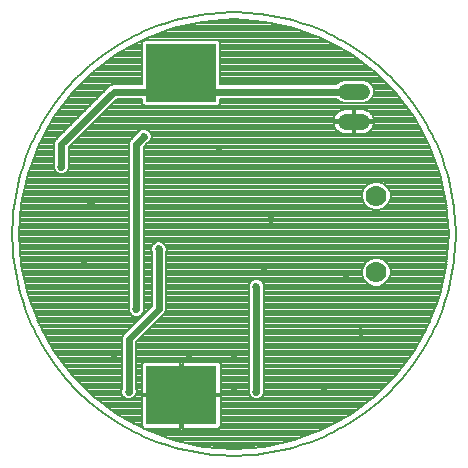
<source format=gbl>
G75*
%MOIN*%
%OFA0B0*%
%FSLAX24Y24*%
%IPPOS*%
%LPD*%
%AMOC8*
5,1,8,0,0,1.08239X$1,22.5*
%
%ADD10C,0.0080*%
%ADD11C,0.0700*%
%ADD12R,0.2362X0.1969*%
%ADD13C,0.0540*%
%ADD14C,0.0240*%
%ADD15C,0.0270*%
D10*
X007037Y004490D02*
X007993Y004133D01*
X008991Y003916D01*
X010010Y003843D01*
X011028Y003916D01*
X012026Y004133D01*
X012982Y004490D01*
X013879Y004979D01*
X014696Y005591D01*
X015418Y006313D01*
X016030Y007131D01*
X016519Y008027D01*
X016876Y008984D01*
X017093Y009982D01*
X017166Y011000D01*
X017093Y012018D01*
X016876Y013016D01*
X016519Y013973D01*
X016030Y014869D01*
X015418Y015687D01*
X014696Y016409D01*
X014696Y016409D01*
X013879Y017021D01*
X012982Y017510D01*
X012026Y017867D01*
X011028Y018084D01*
X010010Y018157D01*
X008991Y018084D01*
X007993Y017867D01*
X007037Y017510D01*
X006140Y017021D01*
X005323Y016409D01*
X004601Y015687D01*
X003989Y014869D01*
X003500Y013973D01*
X003143Y013016D01*
X002926Y012018D01*
X002853Y011000D01*
X002926Y009982D01*
X003143Y008984D01*
X003500Y008027D01*
X003989Y007131D01*
X004601Y006313D01*
X005323Y005591D01*
X006140Y004979D01*
X007037Y004490D01*
X007024Y004511D02*
X007060Y004502D01*
X008220Y004502D01*
X008220Y005586D01*
X008300Y005586D01*
X008300Y005666D01*
X009581Y005666D01*
X009581Y006629D01*
X009571Y006664D01*
X009553Y006696D01*
X009527Y006722D01*
X009495Y006741D01*
X009459Y006750D01*
X008300Y006750D01*
X008300Y005666D01*
X008220Y005666D01*
X008220Y006750D01*
X007060Y006750D01*
X007024Y006741D01*
X006992Y006722D01*
X006966Y006696D01*
X006948Y006664D01*
X006938Y006629D01*
X006938Y005666D01*
X008220Y005666D01*
X008220Y005586D01*
X006938Y005586D01*
X006938Y004623D01*
X006948Y004588D01*
X006966Y004556D01*
X006992Y004530D01*
X007024Y004511D01*
X007008Y004521D02*
X006981Y004521D01*
X006945Y004599D02*
X006837Y004599D01*
X006938Y004678D02*
X006693Y004678D01*
X006550Y004756D02*
X006938Y004756D01*
X006938Y004835D02*
X006406Y004835D01*
X006262Y004913D02*
X006938Y004913D01*
X006938Y004992D02*
X006124Y004992D01*
X006019Y005070D02*
X006938Y005070D01*
X006938Y005149D02*
X005915Y005149D01*
X005810Y005227D02*
X006938Y005227D01*
X006938Y005306D02*
X005705Y005306D01*
X005600Y005384D02*
X006938Y005384D01*
X006938Y005463D02*
X005495Y005463D01*
X005390Y005541D02*
X006358Y005541D01*
X006365Y005534D02*
X006459Y005495D01*
X006560Y005495D01*
X006654Y005534D01*
X006726Y005606D01*
X006765Y005699D01*
X006765Y005801D01*
X006750Y005837D01*
X006750Y007401D01*
X007645Y008297D01*
X007713Y008364D01*
X007750Y008452D01*
X007750Y010413D01*
X007765Y010449D01*
X007765Y010551D01*
X007726Y010644D01*
X017141Y010644D01*
X017146Y010722D02*
X007640Y010722D01*
X007654Y010716D02*
X007560Y010755D01*
X007459Y010755D01*
X007365Y010716D01*
X007293Y010644D01*
X007000Y010644D01*
X007000Y010722D02*
X007379Y010722D01*
X007293Y010644D02*
X007255Y010551D01*
X007255Y010449D01*
X007270Y010413D01*
X007270Y008599D01*
X006306Y007636D01*
X006270Y007548D01*
X006270Y005837D01*
X006255Y005801D01*
X006255Y005699D01*
X006293Y005606D01*
X006365Y005534D01*
X006288Y005620D02*
X005295Y005620D01*
X005216Y005698D02*
X006255Y005698D01*
X006255Y005777D02*
X005138Y005777D01*
X005059Y005855D02*
X006270Y005855D01*
X006270Y005934D02*
X004981Y005934D01*
X004902Y006012D02*
X006270Y006012D01*
X006270Y006091D02*
X004824Y006091D01*
X004745Y006169D02*
X006270Y006169D01*
X006270Y006248D02*
X004667Y006248D01*
X004591Y006326D02*
X006270Y006326D01*
X006270Y006405D02*
X004533Y006405D01*
X004474Y006483D02*
X006270Y006483D01*
X006270Y006562D02*
X004415Y006562D01*
X004356Y006640D02*
X006270Y006640D01*
X006270Y006719D02*
X004298Y006719D01*
X004239Y006797D02*
X006270Y006797D01*
X006270Y006876D02*
X004180Y006876D01*
X004121Y006954D02*
X006270Y006954D01*
X006270Y007033D02*
X004063Y007033D01*
X004004Y007111D02*
X006270Y007111D01*
X006270Y007190D02*
X003957Y007190D01*
X003914Y007268D02*
X006270Y007268D01*
X006270Y007347D02*
X003871Y007347D01*
X003828Y007425D02*
X006270Y007425D01*
X006270Y007504D02*
X003785Y007504D01*
X003743Y007582D02*
X006284Y007582D01*
X006331Y007661D02*
X003700Y007661D01*
X003657Y007739D02*
X006409Y007739D01*
X006488Y007818D02*
X003614Y007818D01*
X003571Y007896D02*
X006566Y007896D01*
X006645Y007975D02*
X003528Y007975D01*
X003490Y008053D02*
X006723Y008053D01*
X006802Y008132D02*
X003461Y008132D01*
X003431Y008210D02*
X006880Y008210D01*
X006904Y008284D02*
X006976Y008356D01*
X007015Y008449D01*
X007015Y008551D01*
X007000Y008587D01*
X007000Y013901D01*
X007118Y014019D01*
X016494Y014019D01*
X016532Y013941D02*
X007039Y013941D01*
X007000Y013862D02*
X016561Y013862D01*
X016590Y013784D02*
X007000Y013784D01*
X007000Y013705D02*
X016619Y013705D01*
X016649Y013627D02*
X007000Y013627D01*
X007000Y013548D02*
X016678Y013548D01*
X016707Y013470D02*
X007000Y013470D01*
X007000Y013391D02*
X016736Y013391D01*
X016766Y013313D02*
X007000Y013313D01*
X007000Y013234D02*
X016795Y013234D01*
X016824Y013156D02*
X007000Y013156D01*
X007000Y013077D02*
X016854Y013077D01*
X016880Y012999D02*
X007000Y012999D01*
X007000Y012920D02*
X016897Y012920D01*
X016914Y012842D02*
X007000Y012842D01*
X007000Y012763D02*
X016931Y012763D01*
X016948Y012685D02*
X015010Y012685D01*
X015026Y012678D02*
X014853Y012750D01*
X014666Y012750D01*
X014493Y012678D01*
X014361Y012546D01*
X014290Y012373D01*
X014290Y012186D01*
X014361Y012013D01*
X014493Y011881D01*
X014666Y011810D01*
X014853Y011810D01*
X015026Y011881D01*
X015158Y012013D01*
X015230Y012186D01*
X015230Y012373D01*
X015158Y012546D01*
X015026Y012678D01*
X015098Y012606D02*
X016966Y012606D01*
X016983Y012528D02*
X015166Y012528D01*
X015198Y012449D02*
X017000Y012449D01*
X017017Y012371D02*
X015230Y012371D01*
X015230Y012292D02*
X017034Y012292D01*
X017051Y012214D02*
X015230Y012214D01*
X015208Y012135D02*
X017068Y012135D01*
X017085Y012057D02*
X015176Y012057D01*
X015123Y011978D02*
X017096Y011978D01*
X017102Y011900D02*
X015044Y011900D01*
X014881Y011821D02*
X017107Y011821D01*
X017113Y011743D02*
X007000Y011743D01*
X007000Y011821D02*
X014638Y011821D01*
X014475Y011900D02*
X007000Y011900D01*
X007000Y011978D02*
X014396Y011978D01*
X014343Y012057D02*
X007000Y012057D01*
X007000Y012135D02*
X014311Y012135D01*
X014290Y012214D02*
X007000Y012214D01*
X007000Y012292D02*
X014290Y012292D01*
X014290Y012371D02*
X007000Y012371D01*
X007000Y012449D02*
X014321Y012449D01*
X014354Y012528D02*
X007000Y012528D01*
X007000Y012606D02*
X014421Y012606D01*
X014509Y012685D02*
X007000Y012685D01*
X006520Y012685D02*
X003071Y012685D01*
X003088Y012763D02*
X006520Y012763D01*
X006520Y012842D02*
X003105Y012842D01*
X003122Y012920D02*
X006520Y012920D01*
X006520Y012999D02*
X004319Y012999D01*
X004310Y012995D02*
X004404Y013034D01*
X004476Y013106D01*
X004515Y013199D01*
X004515Y013301D01*
X004500Y013337D01*
X004500Y013901D01*
X006109Y015510D01*
X006958Y015510D01*
X006958Y015340D01*
X007029Y015270D01*
X009490Y015270D01*
X009561Y015340D01*
X009561Y015510D01*
X013428Y015510D01*
X013519Y015419D01*
X013662Y015360D01*
X014357Y015360D01*
X014500Y015419D01*
X014610Y015529D01*
X014670Y015672D01*
X014670Y015828D01*
X014610Y015971D01*
X014500Y016081D01*
X014357Y016140D01*
X013662Y016140D01*
X013519Y016081D01*
X013428Y015990D01*
X009561Y015990D01*
X009561Y017408D01*
X009490Y017478D01*
X007029Y017478D01*
X006958Y017408D01*
X006958Y015990D01*
X005962Y015990D01*
X005874Y015953D01*
X004124Y014203D01*
X004056Y014136D01*
X004020Y014048D01*
X004020Y013337D01*
X004005Y013301D01*
X004005Y013199D01*
X004043Y013106D01*
X004115Y013034D01*
X004209Y012995D01*
X004310Y012995D01*
X004200Y012999D02*
X003139Y012999D01*
X003165Y013077D02*
X004072Y013077D01*
X004023Y013156D02*
X003195Y013156D01*
X003224Y013234D02*
X004005Y013234D01*
X004009Y013313D02*
X003253Y013313D01*
X003283Y013391D02*
X004020Y013391D01*
X004020Y013470D02*
X003312Y013470D01*
X003341Y013548D02*
X004020Y013548D01*
X004020Y013627D02*
X003370Y013627D01*
X003400Y013705D02*
X004020Y013705D01*
X004020Y013784D02*
X003429Y013784D01*
X003458Y013862D02*
X004020Y013862D01*
X004020Y013941D02*
X003488Y013941D01*
X003525Y014019D02*
X004020Y014019D01*
X004040Y014098D02*
X003568Y014098D01*
X003610Y014176D02*
X004096Y014176D01*
X004175Y014255D02*
X003653Y014255D01*
X003696Y014333D02*
X004253Y014333D01*
X004332Y014412D02*
X003739Y014412D01*
X003782Y014490D02*
X004410Y014490D01*
X004489Y014569D02*
X003825Y014569D01*
X003868Y014647D02*
X004567Y014647D01*
X004646Y014726D02*
X003911Y014726D01*
X003953Y014804D02*
X004724Y014804D01*
X004803Y014883D02*
X003999Y014883D01*
X004058Y014961D02*
X004881Y014961D01*
X004960Y015040D02*
X004116Y015040D01*
X004175Y015118D02*
X005038Y015118D01*
X005117Y015197D02*
X004234Y015197D01*
X004293Y015275D02*
X005195Y015275D01*
X005274Y015354D02*
X004352Y015354D01*
X004410Y015432D02*
X005352Y015432D01*
X005431Y015511D02*
X004469Y015511D01*
X004528Y015589D02*
X005509Y015589D01*
X005588Y015668D02*
X004587Y015668D01*
X004660Y015746D02*
X005666Y015746D01*
X005745Y015825D02*
X004739Y015825D01*
X004817Y015903D02*
X005823Y015903D01*
X005941Y015982D02*
X004896Y015982D01*
X004974Y016060D02*
X006958Y016060D01*
X006958Y016139D02*
X005053Y016139D01*
X005131Y016217D02*
X006958Y016217D01*
X006958Y016296D02*
X005210Y016296D01*
X005288Y016374D02*
X006958Y016374D01*
X006958Y016453D02*
X005382Y016453D01*
X005486Y016531D02*
X006958Y016531D01*
X006958Y016610D02*
X005591Y016610D01*
X005696Y016688D02*
X006958Y016688D01*
X006958Y016767D02*
X005801Y016767D01*
X005906Y016845D02*
X006958Y016845D01*
X006958Y016924D02*
X006011Y016924D01*
X006116Y017002D02*
X006958Y017002D01*
X006958Y017081D02*
X006250Y017081D01*
X006394Y017159D02*
X006958Y017159D01*
X006958Y017238D02*
X006538Y017238D01*
X006681Y017316D02*
X006958Y017316D01*
X006958Y017395D02*
X006825Y017395D01*
X006969Y017473D02*
X007023Y017473D01*
X007148Y017552D02*
X012871Y017552D01*
X013050Y017473D02*
X009496Y017473D01*
X009561Y017395D02*
X013194Y017395D01*
X013338Y017316D02*
X009561Y017316D01*
X009561Y017238D02*
X013481Y017238D01*
X013625Y017159D02*
X009561Y017159D01*
X009561Y017081D02*
X013769Y017081D01*
X013903Y017002D02*
X009561Y017002D01*
X009561Y016924D02*
X014008Y016924D01*
X014113Y016845D02*
X009561Y016845D01*
X009561Y016767D02*
X014218Y016767D01*
X014323Y016688D02*
X009561Y016688D01*
X009561Y016610D02*
X014428Y016610D01*
X014533Y016531D02*
X009561Y016531D01*
X009561Y016453D02*
X014637Y016453D01*
X014731Y016374D02*
X009561Y016374D01*
X009561Y016296D02*
X014809Y016296D01*
X014888Y016217D02*
X009561Y016217D01*
X009561Y016139D02*
X013658Y016139D01*
X013498Y016060D02*
X009561Y016060D01*
X009561Y015432D02*
X013506Y015432D01*
X013582Y015130D02*
X013525Y015101D01*
X013472Y015063D01*
X013427Y015017D01*
X013389Y014965D01*
X013360Y014907D01*
X013340Y014846D01*
X013331Y014790D01*
X013970Y014790D01*
X013970Y015160D01*
X013707Y015160D01*
X013644Y015150D01*
X013582Y015130D01*
X013559Y015118D02*
X005717Y015118D01*
X005795Y015197D02*
X015785Y015197D01*
X015726Y015275D02*
X009496Y015275D01*
X009561Y015354D02*
X015667Y015354D01*
X015609Y015432D02*
X014513Y015432D01*
X014592Y015511D02*
X015550Y015511D01*
X015491Y015589D02*
X014635Y015589D01*
X014667Y015668D02*
X015432Y015668D01*
X015359Y015746D02*
X014670Y015746D01*
X014670Y015825D02*
X015280Y015825D01*
X015202Y015903D02*
X014638Y015903D01*
X014600Y015982D02*
X015123Y015982D01*
X015045Y016060D02*
X014521Y016060D01*
X014361Y016139D02*
X014966Y016139D01*
X014437Y015130D02*
X014376Y015150D01*
X014312Y015160D01*
X014050Y015160D01*
X014050Y014790D01*
X014688Y014790D01*
X014679Y014846D01*
X014659Y014907D01*
X014630Y014965D01*
X014592Y015017D01*
X014547Y015063D01*
X014494Y015101D01*
X014437Y015130D01*
X014460Y015118D02*
X015844Y015118D01*
X015903Y015040D02*
X014570Y015040D01*
X014632Y014961D02*
X015961Y014961D01*
X016020Y014883D02*
X014668Y014883D01*
X014686Y014804D02*
X016066Y014804D01*
X016108Y014726D02*
X014050Y014726D01*
X014050Y014710D02*
X014050Y014790D01*
X013970Y014790D01*
X013970Y014710D01*
X014050Y014710D01*
X014688Y014710D01*
X014679Y014654D01*
X014659Y014593D01*
X014630Y014535D01*
X014592Y014483D01*
X014547Y014437D01*
X014494Y014399D01*
X014437Y014370D01*
X014376Y014350D01*
X014312Y014340D01*
X014050Y014340D01*
X014050Y014710D01*
X014050Y014647D02*
X013970Y014647D01*
X013970Y014710D02*
X013970Y014340D01*
X013707Y014340D01*
X013644Y014350D01*
X013582Y014370D01*
X013525Y014399D01*
X013472Y014437D01*
X013427Y014483D01*
X013389Y014535D01*
X013360Y014593D01*
X013340Y014654D01*
X013331Y014710D01*
X013970Y014710D01*
X013970Y014726D02*
X005324Y014726D01*
X005403Y014804D02*
X013333Y014804D01*
X013351Y014883D02*
X005481Y014883D01*
X005560Y014961D02*
X013387Y014961D01*
X013449Y015040D02*
X005638Y015040D01*
X005874Y015275D02*
X007023Y015275D01*
X006958Y015354D02*
X005952Y015354D01*
X006031Y015432D02*
X006958Y015432D01*
X006959Y014505D02*
X006865Y014466D01*
X006793Y014394D01*
X006778Y014358D01*
X006624Y014203D01*
X006556Y014136D01*
X006520Y014048D01*
X006520Y008587D01*
X006505Y008551D01*
X006505Y008449D01*
X006543Y008356D01*
X006615Y008284D01*
X006709Y008245D01*
X006810Y008245D01*
X006904Y008284D01*
X006909Y008289D02*
X006959Y008289D01*
X006980Y008367D02*
X007037Y008367D01*
X007013Y008446D02*
X007116Y008446D01*
X007194Y008524D02*
X007015Y008524D01*
X007000Y008603D02*
X007270Y008603D01*
X007270Y008681D02*
X007000Y008681D01*
X007000Y008760D02*
X007270Y008760D01*
X007270Y008838D02*
X007000Y008838D01*
X007000Y008917D02*
X007270Y008917D01*
X007270Y008995D02*
X007000Y008995D01*
X007000Y009074D02*
X007270Y009074D01*
X007270Y009152D02*
X007000Y009152D01*
X007000Y009231D02*
X007270Y009231D01*
X007270Y009309D02*
X007000Y009309D01*
X007000Y009388D02*
X007270Y009388D01*
X007270Y009466D02*
X007000Y009466D01*
X007000Y009545D02*
X007270Y009545D01*
X007270Y009623D02*
X007000Y009623D01*
X007000Y009702D02*
X007270Y009702D01*
X007270Y009780D02*
X007000Y009780D01*
X007000Y009859D02*
X007270Y009859D01*
X007270Y009937D02*
X007000Y009937D01*
X007000Y010016D02*
X007270Y010016D01*
X007270Y010094D02*
X007000Y010094D01*
X007000Y010173D02*
X007270Y010173D01*
X007270Y010251D02*
X007000Y010251D01*
X007000Y010330D02*
X007270Y010330D01*
X007270Y010408D02*
X007000Y010408D01*
X007000Y010487D02*
X007255Y010487D01*
X007260Y010565D02*
X007000Y010565D01*
X007000Y010801D02*
X017152Y010801D01*
X017158Y010879D02*
X007000Y010879D01*
X007000Y010958D02*
X017163Y010958D01*
X017164Y011036D02*
X007000Y011036D01*
X007000Y011115D02*
X017158Y011115D01*
X017152Y011193D02*
X007000Y011193D01*
X007000Y011272D02*
X017147Y011272D01*
X017141Y011350D02*
X007000Y011350D01*
X007000Y011429D02*
X017136Y011429D01*
X017130Y011507D02*
X007000Y011507D01*
X007000Y011586D02*
X017124Y011586D01*
X017119Y011664D02*
X007000Y011664D01*
X006520Y011664D02*
X002900Y011664D01*
X002895Y011586D02*
X006520Y011586D01*
X006520Y011507D02*
X002889Y011507D01*
X002884Y011429D02*
X006520Y011429D01*
X006520Y011350D02*
X002878Y011350D01*
X002872Y011272D02*
X006520Y011272D01*
X006520Y011193D02*
X002867Y011193D01*
X002861Y011115D02*
X006520Y011115D01*
X006520Y011036D02*
X002855Y011036D01*
X002856Y010958D02*
X006520Y010958D01*
X006520Y010879D02*
X002862Y010879D01*
X002867Y010801D02*
X006520Y010801D01*
X006520Y010722D02*
X002873Y010722D01*
X002878Y010644D02*
X006520Y010644D01*
X006520Y010565D02*
X002884Y010565D01*
X002890Y010487D02*
X006520Y010487D01*
X006520Y010408D02*
X002895Y010408D01*
X002901Y010330D02*
X006520Y010330D01*
X006520Y010251D02*
X002906Y010251D01*
X002912Y010173D02*
X006520Y010173D01*
X006520Y010094D02*
X002918Y010094D01*
X002923Y010016D02*
X006520Y010016D01*
X006520Y009937D02*
X002935Y009937D01*
X002952Y009859D02*
X006520Y009859D01*
X006520Y009780D02*
X002970Y009780D01*
X002987Y009702D02*
X006520Y009702D01*
X006520Y009623D02*
X003004Y009623D01*
X003021Y009545D02*
X006520Y009545D01*
X006520Y009466D02*
X003038Y009466D01*
X003055Y009388D02*
X006520Y009388D01*
X006520Y009309D02*
X003072Y009309D01*
X003089Y009231D02*
X006520Y009231D01*
X006520Y009152D02*
X003106Y009152D01*
X003123Y009074D02*
X006520Y009074D01*
X006520Y008995D02*
X003140Y008995D01*
X003168Y008917D02*
X006520Y008917D01*
X006520Y008838D02*
X003197Y008838D01*
X003226Y008760D02*
X006520Y008760D01*
X006520Y008681D02*
X003256Y008681D01*
X003285Y008603D02*
X006520Y008603D01*
X006505Y008524D02*
X003314Y008524D01*
X003344Y008446D02*
X006506Y008446D01*
X006539Y008367D02*
X003373Y008367D01*
X003402Y008289D02*
X006610Y008289D01*
X007166Y007818D02*
X010520Y007818D01*
X010520Y007896D02*
X007245Y007896D01*
X007323Y007975D02*
X010520Y007975D01*
X010520Y008053D02*
X007402Y008053D01*
X007480Y008132D02*
X010520Y008132D01*
X010520Y008210D02*
X007559Y008210D01*
X007637Y008289D02*
X010520Y008289D01*
X010520Y008367D02*
X007714Y008367D01*
X007747Y008446D02*
X010520Y008446D01*
X010520Y008524D02*
X007750Y008524D01*
X007750Y008603D02*
X010520Y008603D01*
X010520Y008681D02*
X007750Y008681D01*
X007750Y008760D02*
X010520Y008760D01*
X010520Y008838D02*
X007750Y008838D01*
X007750Y008917D02*
X010520Y008917D01*
X010520Y008995D02*
X007750Y008995D01*
X007750Y009074D02*
X010520Y009074D01*
X010520Y009152D02*
X007750Y009152D01*
X007750Y009231D02*
X010505Y009231D01*
X010505Y009199D02*
X010520Y009163D01*
X010520Y005837D01*
X010505Y005801D01*
X010505Y005699D01*
X010543Y005606D01*
X010615Y005534D01*
X010709Y005495D01*
X010810Y005495D01*
X010904Y005534D01*
X010976Y005606D01*
X011015Y005699D01*
X011015Y005801D01*
X011000Y005837D01*
X011000Y009163D01*
X011015Y009199D01*
X011015Y009301D01*
X010976Y009394D01*
X010904Y009466D01*
X014356Y009466D01*
X014361Y009454D02*
X014290Y009627D01*
X014290Y009814D01*
X014361Y009987D01*
X014493Y010119D01*
X014666Y010190D01*
X014853Y010190D01*
X015026Y010119D01*
X015158Y009987D01*
X015230Y009814D01*
X015230Y009627D01*
X015158Y009454D01*
X015026Y009322D01*
X014853Y009250D01*
X014666Y009250D01*
X014493Y009322D01*
X014361Y009454D01*
X014428Y009388D02*
X010979Y009388D01*
X011011Y009309D02*
X014525Y009309D01*
X014324Y009545D02*
X007750Y009545D01*
X007750Y009623D02*
X014291Y009623D01*
X014290Y009702D02*
X007750Y009702D01*
X007750Y009780D02*
X014290Y009780D01*
X014308Y009859D02*
X007750Y009859D01*
X007750Y009937D02*
X014340Y009937D01*
X014390Y010016D02*
X007750Y010016D01*
X007750Y010094D02*
X014468Y010094D01*
X014623Y010173D02*
X007750Y010173D01*
X007750Y010251D02*
X017113Y010251D01*
X017118Y010330D02*
X007750Y010330D01*
X007750Y010408D02*
X017124Y010408D01*
X017129Y010487D02*
X007765Y010487D01*
X007759Y010565D02*
X017135Y010565D01*
X017107Y010173D02*
X014896Y010173D01*
X015051Y010094D02*
X017101Y010094D01*
X017096Y010016D02*
X015129Y010016D01*
X015179Y009937D02*
X017084Y009937D01*
X017093Y009982D02*
X017093Y009982D01*
X017067Y009859D02*
X015211Y009859D01*
X015230Y009780D02*
X017049Y009780D01*
X017032Y009702D02*
X015230Y009702D01*
X015228Y009623D02*
X017015Y009623D01*
X016998Y009545D02*
X015195Y009545D01*
X015163Y009466D02*
X016981Y009466D01*
X016964Y009388D02*
X015091Y009388D01*
X014994Y009309D02*
X016947Y009309D01*
X016930Y009231D02*
X011015Y009231D01*
X011000Y009152D02*
X016913Y009152D01*
X016896Y009074D02*
X011000Y009074D01*
X011000Y008995D02*
X016879Y008995D01*
X016851Y008917D02*
X011000Y008917D01*
X011000Y008838D02*
X016822Y008838D01*
X016793Y008760D02*
X011000Y008760D01*
X011000Y008681D02*
X016763Y008681D01*
X016734Y008603D02*
X011000Y008603D01*
X011000Y008524D02*
X016705Y008524D01*
X016676Y008446D02*
X011000Y008446D01*
X011000Y008367D02*
X016646Y008367D01*
X016617Y008289D02*
X011000Y008289D01*
X011000Y008210D02*
X016588Y008210D01*
X016558Y008132D02*
X011000Y008132D01*
X011000Y008053D02*
X016529Y008053D01*
X016491Y007975D02*
X011000Y007975D01*
X011000Y007896D02*
X016448Y007896D01*
X016405Y007818D02*
X011000Y007818D01*
X011000Y007739D02*
X016362Y007739D01*
X016319Y007661D02*
X011000Y007661D01*
X011000Y007582D02*
X016276Y007582D01*
X016234Y007504D02*
X011000Y007504D01*
X011000Y007425D02*
X016191Y007425D01*
X016148Y007347D02*
X011000Y007347D01*
X011000Y007268D02*
X016105Y007268D01*
X016062Y007190D02*
X011000Y007190D01*
X011000Y007111D02*
X016015Y007111D01*
X015956Y007033D02*
X011000Y007033D01*
X011000Y006954D02*
X015898Y006954D01*
X015839Y006876D02*
X011000Y006876D01*
X011000Y006797D02*
X015780Y006797D01*
X015721Y006719D02*
X011000Y006719D01*
X011000Y006640D02*
X015663Y006640D01*
X015604Y006562D02*
X011000Y006562D01*
X011000Y006483D02*
X015545Y006483D01*
X015486Y006405D02*
X011000Y006405D01*
X011000Y006326D02*
X015428Y006326D01*
X015352Y006248D02*
X011000Y006248D01*
X011000Y006169D02*
X015274Y006169D01*
X015195Y006091D02*
X011000Y006091D01*
X011000Y006012D02*
X015117Y006012D01*
X015038Y005934D02*
X011000Y005934D01*
X011000Y005855D02*
X014960Y005855D01*
X014881Y005777D02*
X011015Y005777D01*
X011014Y005698D02*
X014803Y005698D01*
X014724Y005620D02*
X010981Y005620D01*
X010911Y005541D02*
X014629Y005541D01*
X014524Y005463D02*
X009581Y005463D01*
X009581Y005541D02*
X010608Y005541D01*
X010538Y005620D02*
X008300Y005620D01*
X008300Y005586D02*
X009581Y005586D01*
X009581Y004623D01*
X009571Y004588D01*
X009553Y004556D01*
X009527Y004530D01*
X009495Y004511D01*
X009459Y004502D01*
X008300Y004502D01*
X008300Y005586D01*
X008300Y005541D02*
X008220Y005541D01*
X008220Y005463D02*
X008300Y005463D01*
X008300Y005384D02*
X008220Y005384D01*
X008220Y005306D02*
X008300Y005306D01*
X008300Y005227D02*
X008220Y005227D01*
X008220Y005149D02*
X008300Y005149D01*
X008300Y005070D02*
X008220Y005070D01*
X008220Y004992D02*
X008300Y004992D01*
X008300Y004913D02*
X008220Y004913D01*
X008220Y004835D02*
X008300Y004835D01*
X008300Y004756D02*
X008220Y004756D01*
X008220Y004678D02*
X008300Y004678D01*
X008300Y004599D02*
X008220Y004599D01*
X008220Y004521D02*
X008300Y004521D01*
X007797Y004207D02*
X012222Y004207D01*
X012433Y004285D02*
X007586Y004285D01*
X007376Y004364D02*
X012643Y004364D01*
X012854Y004442D02*
X007165Y004442D01*
X008017Y004128D02*
X012002Y004128D01*
X011641Y004050D02*
X008378Y004050D01*
X008739Y003971D02*
X011280Y003971D01*
X010697Y003893D02*
X009322Y003893D01*
X009511Y004521D02*
X013038Y004521D01*
X013182Y004599D02*
X009574Y004599D01*
X009581Y004678D02*
X013326Y004678D01*
X013469Y004756D02*
X009581Y004756D01*
X009581Y004835D02*
X013613Y004835D01*
X013757Y004913D02*
X009581Y004913D01*
X009581Y004992D02*
X013895Y004992D01*
X014000Y005070D02*
X009581Y005070D01*
X009581Y005149D02*
X014105Y005149D01*
X014209Y005227D02*
X009581Y005227D01*
X009581Y005306D02*
X014314Y005306D01*
X014419Y005384D02*
X009581Y005384D01*
X009581Y005698D02*
X010505Y005698D01*
X010505Y005777D02*
X009581Y005777D01*
X009581Y005855D02*
X010520Y005855D01*
X010520Y005934D02*
X009581Y005934D01*
X009581Y006012D02*
X010520Y006012D01*
X010520Y006091D02*
X009581Y006091D01*
X009581Y006169D02*
X010520Y006169D01*
X010520Y006248D02*
X009581Y006248D01*
X009581Y006326D02*
X010520Y006326D01*
X010520Y006405D02*
X009581Y006405D01*
X009581Y006483D02*
X010520Y006483D01*
X010520Y006562D02*
X009581Y006562D01*
X009578Y006640D02*
X010520Y006640D01*
X010520Y006719D02*
X009530Y006719D01*
X010520Y006797D02*
X006750Y006797D01*
X006750Y006719D02*
X006989Y006719D01*
X006941Y006640D02*
X006750Y006640D01*
X006750Y006562D02*
X006938Y006562D01*
X006938Y006483D02*
X006750Y006483D01*
X006750Y006405D02*
X006938Y006405D01*
X006938Y006326D02*
X006750Y006326D01*
X006750Y006248D02*
X006938Y006248D01*
X006938Y006169D02*
X006750Y006169D01*
X006750Y006091D02*
X006938Y006091D01*
X006938Y006012D02*
X006750Y006012D01*
X006750Y005934D02*
X006938Y005934D01*
X006938Y005855D02*
X006750Y005855D01*
X006765Y005777D02*
X006938Y005777D01*
X006938Y005698D02*
X006764Y005698D01*
X006731Y005620D02*
X008220Y005620D01*
X008220Y005698D02*
X008300Y005698D01*
X008300Y005777D02*
X008220Y005777D01*
X008220Y005855D02*
X008300Y005855D01*
X008300Y005934D02*
X008220Y005934D01*
X008220Y006012D02*
X008300Y006012D01*
X008300Y006091D02*
X008220Y006091D01*
X008220Y006169D02*
X008300Y006169D01*
X008300Y006248D02*
X008220Y006248D01*
X008220Y006326D02*
X008300Y006326D01*
X008300Y006405D02*
X008220Y006405D01*
X008220Y006483D02*
X008300Y006483D01*
X008300Y006562D02*
X008220Y006562D01*
X008220Y006640D02*
X008300Y006640D01*
X008300Y006719D02*
X008220Y006719D01*
X006750Y006876D02*
X010520Y006876D01*
X010520Y006954D02*
X006750Y006954D01*
X006750Y007033D02*
X010520Y007033D01*
X010520Y007111D02*
X006750Y007111D01*
X006750Y007190D02*
X010520Y007190D01*
X010520Y007268D02*
X006750Y007268D01*
X006750Y007347D02*
X010520Y007347D01*
X010520Y007425D02*
X006774Y007425D01*
X006852Y007504D02*
X010520Y007504D01*
X010520Y007582D02*
X006931Y007582D01*
X007009Y007661D02*
X010520Y007661D01*
X010520Y007739D02*
X007088Y007739D01*
X007750Y009309D02*
X010508Y009309D01*
X010505Y009301D02*
X010505Y009199D01*
X010505Y009301D02*
X010543Y009394D01*
X010615Y009466D01*
X007750Y009466D01*
X007750Y009388D02*
X010540Y009388D01*
X010615Y009466D02*
X010709Y009505D01*
X010810Y009505D01*
X010904Y009466D01*
X002623Y011000D02*
X002625Y011181D01*
X002632Y011362D01*
X002643Y011543D01*
X002659Y011724D01*
X002679Y011904D01*
X002703Y012084D01*
X002732Y012263D01*
X002765Y012441D01*
X002802Y012619D01*
X002844Y012795D01*
X002891Y012970D01*
X002941Y013144D01*
X002996Y013317D01*
X003055Y013489D01*
X003118Y013659D01*
X003185Y013827D01*
X003257Y013994D01*
X003332Y014158D01*
X003412Y014321D01*
X003495Y014482D01*
X003583Y014641D01*
X003674Y014798D01*
X003769Y014952D01*
X003868Y015104D01*
X003971Y015253D01*
X004077Y015400D01*
X004186Y015545D01*
X004300Y015686D01*
X004416Y015825D01*
X004537Y015961D01*
X004660Y016094D01*
X004787Y016223D01*
X004916Y016350D01*
X005049Y016473D01*
X005185Y016594D01*
X005324Y016710D01*
X005465Y016824D01*
X005610Y016933D01*
X005757Y017039D01*
X005906Y017142D01*
X006058Y017241D01*
X006212Y017336D01*
X006369Y017427D01*
X006528Y017515D01*
X006689Y017598D01*
X006852Y017678D01*
X007016Y017753D01*
X007183Y017825D01*
X007351Y017892D01*
X007521Y017955D01*
X007693Y018014D01*
X007866Y018069D01*
X008040Y018119D01*
X008215Y018166D01*
X008391Y018208D01*
X008569Y018245D01*
X008747Y018278D01*
X008926Y018307D01*
X009106Y018331D01*
X009286Y018351D01*
X009467Y018367D01*
X009648Y018378D01*
X009829Y018385D01*
X010010Y018387D01*
X010191Y018385D01*
X010372Y018378D01*
X010553Y018367D01*
X010734Y018351D01*
X010914Y018331D01*
X011094Y018307D01*
X011273Y018278D01*
X011451Y018245D01*
X011629Y018208D01*
X011805Y018166D01*
X011980Y018119D01*
X012154Y018069D01*
X012327Y018014D01*
X012499Y017955D01*
X012669Y017892D01*
X012837Y017825D01*
X013004Y017753D01*
X013168Y017678D01*
X013331Y017598D01*
X013492Y017515D01*
X013651Y017427D01*
X013808Y017336D01*
X013962Y017241D01*
X014114Y017142D01*
X014263Y017039D01*
X014410Y016933D01*
X014555Y016824D01*
X014696Y016710D01*
X014835Y016594D01*
X014971Y016473D01*
X015104Y016350D01*
X015233Y016223D01*
X015360Y016094D01*
X015483Y015961D01*
X015604Y015825D01*
X015720Y015686D01*
X015834Y015545D01*
X015943Y015400D01*
X016049Y015253D01*
X016152Y015104D01*
X016251Y014952D01*
X016346Y014798D01*
X016437Y014641D01*
X016525Y014482D01*
X016608Y014321D01*
X016688Y014158D01*
X016763Y013994D01*
X016835Y013827D01*
X016902Y013659D01*
X016965Y013489D01*
X017024Y013317D01*
X017079Y013144D01*
X017129Y012970D01*
X017176Y012795D01*
X017218Y012619D01*
X017255Y012441D01*
X017288Y012263D01*
X017317Y012084D01*
X017341Y011904D01*
X017361Y011724D01*
X017377Y011543D01*
X017388Y011362D01*
X017395Y011181D01*
X017397Y011000D01*
X017395Y010819D01*
X017388Y010638D01*
X017377Y010457D01*
X017361Y010276D01*
X017341Y010096D01*
X017317Y009916D01*
X017288Y009737D01*
X017255Y009559D01*
X017218Y009381D01*
X017176Y009205D01*
X017129Y009030D01*
X017079Y008856D01*
X017024Y008683D01*
X016965Y008511D01*
X016902Y008341D01*
X016835Y008173D01*
X016763Y008006D01*
X016688Y007842D01*
X016608Y007679D01*
X016525Y007518D01*
X016437Y007359D01*
X016346Y007202D01*
X016251Y007048D01*
X016152Y006896D01*
X016049Y006747D01*
X015943Y006600D01*
X015834Y006455D01*
X015720Y006314D01*
X015604Y006175D01*
X015483Y006039D01*
X015360Y005906D01*
X015233Y005777D01*
X015104Y005650D01*
X014971Y005527D01*
X014835Y005406D01*
X014696Y005290D01*
X014555Y005176D01*
X014410Y005067D01*
X014263Y004961D01*
X014114Y004858D01*
X013962Y004759D01*
X013808Y004664D01*
X013651Y004573D01*
X013492Y004485D01*
X013331Y004402D01*
X013168Y004322D01*
X013004Y004247D01*
X012837Y004175D01*
X012669Y004108D01*
X012499Y004045D01*
X012327Y003986D01*
X012154Y003931D01*
X011980Y003881D01*
X011805Y003834D01*
X011629Y003792D01*
X011451Y003755D01*
X011273Y003722D01*
X011094Y003693D01*
X010914Y003669D01*
X010734Y003649D01*
X010553Y003633D01*
X010372Y003622D01*
X010191Y003615D01*
X010010Y003613D01*
X009829Y003615D01*
X009648Y003622D01*
X009467Y003633D01*
X009286Y003649D01*
X009106Y003669D01*
X008926Y003693D01*
X008747Y003722D01*
X008569Y003755D01*
X008391Y003792D01*
X008215Y003834D01*
X008040Y003881D01*
X007866Y003931D01*
X007693Y003986D01*
X007521Y004045D01*
X007351Y004108D01*
X007183Y004175D01*
X007016Y004247D01*
X006852Y004322D01*
X006689Y004402D01*
X006528Y004485D01*
X006369Y004573D01*
X006212Y004664D01*
X006058Y004759D01*
X005906Y004858D01*
X005757Y004961D01*
X005610Y005067D01*
X005465Y005176D01*
X005324Y005290D01*
X005185Y005406D01*
X005049Y005527D01*
X004916Y005650D01*
X004787Y005777D01*
X004660Y005906D01*
X004537Y006039D01*
X004416Y006175D01*
X004300Y006314D01*
X004186Y006455D01*
X004077Y006600D01*
X003971Y006747D01*
X003868Y006896D01*
X003769Y007048D01*
X003674Y007202D01*
X003583Y007359D01*
X003495Y007518D01*
X003412Y007679D01*
X003332Y007842D01*
X003257Y008006D01*
X003185Y008173D01*
X003118Y008341D01*
X003055Y008511D01*
X002996Y008683D01*
X002941Y008856D01*
X002891Y009030D01*
X002844Y009205D01*
X002802Y009381D01*
X002765Y009559D01*
X002732Y009737D01*
X002703Y009916D01*
X002679Y010096D01*
X002659Y010276D01*
X002643Y010457D01*
X002632Y010638D01*
X002625Y010819D01*
X002623Y011000D01*
X002906Y011743D02*
X006520Y011743D01*
X006520Y011821D02*
X002912Y011821D01*
X002917Y011900D02*
X006520Y011900D01*
X006520Y011978D02*
X002923Y011978D01*
X002934Y012057D02*
X006520Y012057D01*
X006520Y012135D02*
X002951Y012135D01*
X002968Y012214D02*
X006520Y012214D01*
X006520Y012292D02*
X002985Y012292D01*
X003002Y012371D02*
X006520Y012371D01*
X006520Y012449D02*
X003019Y012449D01*
X003036Y012528D02*
X006520Y012528D01*
X006520Y012606D02*
X003054Y012606D01*
X004447Y013077D02*
X006520Y013077D01*
X006520Y013156D02*
X004496Y013156D01*
X004515Y013234D02*
X006520Y013234D01*
X006520Y013313D02*
X004510Y013313D01*
X004500Y013391D02*
X006520Y013391D01*
X006520Y013470D02*
X004500Y013470D01*
X004500Y013548D02*
X006520Y013548D01*
X006520Y013627D02*
X004500Y013627D01*
X004500Y013705D02*
X006520Y013705D01*
X006520Y013784D02*
X004500Y013784D01*
X004500Y013862D02*
X006520Y013862D01*
X006520Y013941D02*
X004539Y013941D01*
X004618Y014019D02*
X006520Y014019D01*
X006540Y014098D02*
X004696Y014098D01*
X004775Y014176D02*
X006596Y014176D01*
X006624Y014203D02*
X006624Y014203D01*
X006675Y014255D02*
X004853Y014255D01*
X004932Y014333D02*
X006753Y014333D01*
X006810Y014412D02*
X005010Y014412D01*
X005089Y014490D02*
X006923Y014490D01*
X006959Y014505D02*
X007060Y014505D01*
X007154Y014466D01*
X007226Y014394D01*
X007265Y014301D01*
X007265Y014199D01*
X007226Y014106D01*
X007154Y014034D01*
X007118Y014019D01*
X007218Y014098D02*
X016451Y014098D01*
X016409Y014176D02*
X007255Y014176D01*
X007265Y014255D02*
X016366Y014255D01*
X016323Y014333D02*
X007251Y014333D01*
X007209Y014412D02*
X013508Y014412D01*
X013422Y014490D02*
X007096Y014490D01*
X005246Y014647D02*
X013342Y014647D01*
X013372Y014569D02*
X005167Y014569D01*
X007359Y017630D02*
X012660Y017630D01*
X012450Y017709D02*
X007569Y017709D01*
X007780Y017787D02*
X012239Y017787D01*
X012029Y017866D02*
X007990Y017866D01*
X008349Y017944D02*
X011670Y017944D01*
X011310Y018023D02*
X008709Y018023D01*
X009232Y018101D02*
X010787Y018101D01*
X013970Y015118D02*
X014050Y015118D01*
X014050Y015040D02*
X013970Y015040D01*
X013970Y014961D02*
X014050Y014961D01*
X014050Y014883D02*
X013970Y014883D01*
X013970Y014804D02*
X014050Y014804D01*
X014050Y014569D02*
X013970Y014569D01*
X013970Y014490D02*
X014050Y014490D01*
X014050Y014412D02*
X013970Y014412D01*
X014511Y014412D02*
X016280Y014412D01*
X016237Y014490D02*
X014597Y014490D01*
X014647Y014569D02*
X016194Y014569D01*
X016151Y014647D02*
X014677Y014647D01*
X007726Y010644D02*
X007654Y010716D01*
X006938Y005541D02*
X006661Y005541D01*
D11*
X014760Y009720D03*
X014760Y012280D03*
D12*
X008260Y016374D03*
X008260Y005626D03*
D13*
X013740Y014750D02*
X014280Y014750D01*
X014280Y015750D02*
X013740Y015750D01*
D14*
X014010Y015750D02*
X008260Y015750D01*
X006010Y015750D01*
X004260Y014000D01*
X004260Y013250D01*
X006760Y014000D02*
X006760Y008500D01*
X007510Y008500D02*
X007510Y010500D01*
X010760Y009250D02*
X010760Y005750D01*
X006510Y005750D02*
X006510Y007500D01*
X007510Y008500D01*
X006760Y014000D02*
X007010Y014250D01*
X008260Y015750D02*
X008260Y016374D01*
D15*
X007010Y014250D03*
X009510Y013750D03*
X005260Y012000D03*
X004260Y013250D03*
X007510Y010500D03*
X005010Y010000D03*
X006760Y008500D03*
X006010Y007000D03*
X008510Y007000D03*
X010010Y007000D03*
X010010Y005750D03*
X010760Y005750D03*
X013010Y005750D03*
X014260Y007750D03*
X010760Y009250D03*
X011010Y009750D03*
X013760Y009500D03*
X011260Y011500D03*
X006510Y005750D03*
M02*

</source>
